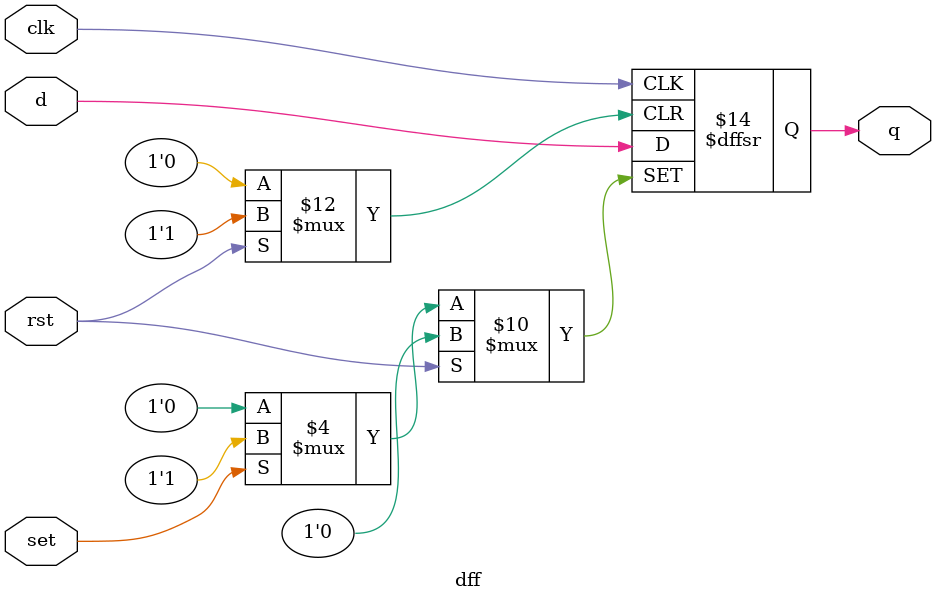
<source format=v>
module dff(d,set,rst,clk,q);
input d,set,rst,clk;
output reg q;
always@(posedge clk or posedge rst or posedge set)
 if(set)
q<=1'b1;
else if(rst)
q<=1'b0;
else 
 q<=d;
endmodule

</source>
